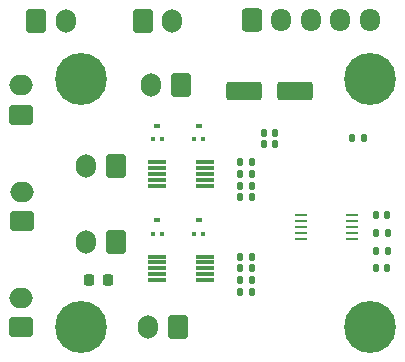
<source format=gbr>
%TF.GenerationSoftware,KiCad,Pcbnew,8.0.1*%
%TF.CreationDate,2024-04-14T22:55:27+02:00*%
%TF.ProjectId,printhead-pcb,7072696e-7468-4656-9164-2d7063622e6b,rev?*%
%TF.SameCoordinates,Original*%
%TF.FileFunction,Soldermask,Bot*%
%TF.FilePolarity,Negative*%
%FSLAX46Y46*%
G04 Gerber Fmt 4.6, Leading zero omitted, Abs format (unit mm)*
G04 Created by KiCad (PCBNEW 8.0.1) date 2024-04-14 22:55:27*
%MOMM*%
%LPD*%
G01*
G04 APERTURE LIST*
G04 Aperture macros list*
%AMRoundRect*
0 Rectangle with rounded corners*
0 $1 Rounding radius*
0 $2 $3 $4 $5 $6 $7 $8 $9 X,Y pos of 4 corners*
0 Add a 4 corners polygon primitive as box body*
4,1,4,$2,$3,$4,$5,$6,$7,$8,$9,$2,$3,0*
0 Add four circle primitives for the rounded corners*
1,1,$1+$1,$2,$3*
1,1,$1+$1,$4,$5*
1,1,$1+$1,$6,$7*
1,1,$1+$1,$8,$9*
0 Add four rect primitives between the rounded corners*
20,1,$1+$1,$2,$3,$4,$5,0*
20,1,$1+$1,$4,$5,$6,$7,0*
20,1,$1+$1,$6,$7,$8,$9,0*
20,1,$1+$1,$8,$9,$2,$3,0*%
G04 Aperture macros list end*
%ADD10RoundRect,0.250000X0.750000X-0.600000X0.750000X0.600000X-0.750000X0.600000X-0.750000X-0.600000X0*%
%ADD11O,2.000000X1.700000*%
%ADD12C,2.600000*%
%ADD13C,4.400000*%
%ADD14RoundRect,0.250000X0.600000X0.750000X-0.600000X0.750000X-0.600000X-0.750000X0.600000X-0.750000X0*%
%ADD15O,1.700000X2.000000*%
%ADD16RoundRect,0.250000X-0.600000X-0.750000X0.600000X-0.750000X0.600000X0.750000X-0.600000X0.750000X0*%
%ADD17RoundRect,0.250000X-0.600000X-0.725000X0.600000X-0.725000X0.600000X0.725000X-0.600000X0.725000X0*%
%ADD18O,1.700000X1.950000*%
%ADD19RoundRect,0.135000X-0.135000X-0.185000X0.135000X-0.185000X0.135000X0.185000X-0.135000X0.185000X0*%
%ADD20RoundRect,0.140000X0.140000X0.170000X-0.140000X0.170000X-0.140000X-0.170000X0.140000X-0.170000X0*%
%ADD21R,0.400000X0.450000*%
%ADD22R,0.500000X0.450000*%
%ADD23RoundRect,0.140000X-0.140000X-0.170000X0.140000X-0.170000X0.140000X0.170000X-0.140000X0.170000X0*%
%ADD24RoundRect,0.135000X0.135000X0.185000X-0.135000X0.185000X-0.135000X-0.185000X0.135000X-0.185000X0*%
%ADD25RoundRect,0.218750X-0.218750X-0.256250X0.218750X-0.256250X0.218750X0.256250X-0.218750X0.256250X0*%
%ADD26R,1.100000X0.250000*%
%ADD27RoundRect,0.250000X1.250000X0.550000X-1.250000X0.550000X-1.250000X-0.550000X1.250000X-0.550000X0*%
%ADD28R,1.524000X0.330200*%
G04 APERTURE END LIST*
D10*
%TO.C,J6*%
X108500000Y-62000000D03*
D11*
X108500000Y-59500000D03*
%TD*%
D12*
%TO.C,H4*%
X138000000Y-80000000D03*
D13*
X138000000Y-80000000D03*
%TD*%
D14*
%TO.C,J5*%
X116500000Y-66300000D03*
D15*
X114000000Y-66300000D03*
%TD*%
D16*
%TO.C,J4*%
X118750000Y-54032500D03*
D15*
X121250000Y-54032500D03*
%TD*%
D12*
%TO.C,H2*%
X113500000Y-80000000D03*
D13*
X113500000Y-80000000D03*
%TD*%
D17*
%TO.C,J1*%
X128000000Y-54000000D03*
D18*
X130500000Y-54000000D03*
X133000000Y-54000000D03*
X135500000Y-54000000D03*
X138000000Y-54000000D03*
%TD*%
D12*
%TO.C,H3*%
X113500000Y-59000000D03*
D13*
X113500000Y-59000000D03*
%TD*%
D14*
%TO.C,J8*%
X116500000Y-72800000D03*
D15*
X114000000Y-72800000D03*
%TD*%
D16*
%TO.C,J2*%
X109750000Y-54032500D03*
D15*
X112250000Y-54032500D03*
%TD*%
D10*
%TO.C,J10*%
X108500000Y-80000000D03*
D11*
X108500000Y-77500000D03*
%TD*%
D12*
%TO.C,H1*%
X138000000Y-59000000D03*
D13*
X138000000Y-59000000D03*
%TD*%
D10*
%TO.C,J7*%
X108532500Y-71000000D03*
D11*
X108532500Y-68500000D03*
%TD*%
D14*
%TO.C,J9*%
X121750000Y-80000000D03*
D15*
X119250000Y-80000000D03*
%TD*%
D14*
%TO.C,J3*%
X122000000Y-59500000D03*
D15*
X119500000Y-59500000D03*
%TD*%
D19*
%TO.C,R11*%
X126990000Y-76000000D03*
X128010000Y-76000000D03*
%TD*%
D20*
%TO.C,C5*%
X129980000Y-64500000D03*
X129020000Y-64500000D03*
%TD*%
D19*
%TO.C,R5*%
X126990000Y-74000000D03*
X128010000Y-74000000D03*
%TD*%
D21*
%TO.C,Q3*%
X123900000Y-64075000D03*
X123100000Y-64075000D03*
D22*
X123500000Y-62925000D03*
%TD*%
D19*
%TO.C,R7*%
X126990000Y-77000000D03*
X128010000Y-77000000D03*
%TD*%
%TO.C,R9*%
X126990000Y-75000000D03*
X128010000Y-75000000D03*
%TD*%
D23*
%TO.C,C7*%
X138520000Y-70500000D03*
X139480000Y-70500000D03*
%TD*%
D19*
%TO.C,R4*%
X126990000Y-66000000D03*
X128010000Y-66000000D03*
%TD*%
D24*
%TO.C,R12*%
X139510000Y-72000000D03*
X138490000Y-72000000D03*
%TD*%
D25*
%TO.C,L2*%
X114212500Y-76000000D03*
X115787500Y-76000000D03*
%TD*%
D23*
%TO.C,C4*%
X136520000Y-64000000D03*
X137480000Y-64000000D03*
%TD*%
D19*
%TO.C,R8*%
X126990000Y-67000000D03*
X128010000Y-67000000D03*
%TD*%
D21*
%TO.C,Q4*%
X123900000Y-72075000D03*
X123100000Y-72075000D03*
D22*
X123500000Y-70925000D03*
%TD*%
D23*
%TO.C,C9*%
X138520000Y-75000000D03*
X139480000Y-75000000D03*
%TD*%
D26*
%TO.C,U3*%
X136500000Y-70500000D03*
X136500000Y-71000000D03*
X136500000Y-71500000D03*
X136500000Y-72000000D03*
X136500000Y-72500000D03*
X132200000Y-72500000D03*
X132200000Y-72000000D03*
X132200000Y-71500000D03*
X132200000Y-71000000D03*
X132200000Y-70500000D03*
%TD*%
D19*
%TO.C,R6*%
X126990000Y-69000000D03*
X128010000Y-69000000D03*
%TD*%
D27*
%TO.C,C1*%
X131700000Y-60000000D03*
X127300000Y-60000000D03*
%TD*%
D21*
%TO.C,Q2*%
X120400000Y-72075000D03*
X119600000Y-72075000D03*
D22*
X120000000Y-70925000D03*
%TD*%
D28*
%TO.C,U1*%
X119955300Y-68000001D03*
X119955300Y-67499999D03*
X119955300Y-67000000D03*
X119955300Y-66500001D03*
X119955300Y-65999999D03*
X124044700Y-65999999D03*
X124044700Y-66500001D03*
X124044700Y-67000000D03*
X124044700Y-67499999D03*
X124044700Y-68000001D03*
%TD*%
D20*
%TO.C,C3*%
X129980000Y-63500000D03*
X129020000Y-63500000D03*
%TD*%
D24*
%TO.C,R13*%
X139510000Y-73500000D03*
X138490000Y-73500000D03*
%TD*%
D21*
%TO.C,Q1*%
X120400000Y-64075000D03*
X119600000Y-64075000D03*
D22*
X120000000Y-62925000D03*
%TD*%
D28*
%TO.C,U2*%
X119955300Y-76000001D03*
X119955300Y-75499999D03*
X119955300Y-75000000D03*
X119955300Y-74500001D03*
X119955300Y-73999999D03*
X124044700Y-73999999D03*
X124044700Y-74500001D03*
X124044700Y-75000000D03*
X124044700Y-75499999D03*
X124044700Y-76000001D03*
%TD*%
D19*
%TO.C,R10*%
X126990000Y-68000000D03*
X128010000Y-68000000D03*
%TD*%
M02*

</source>
